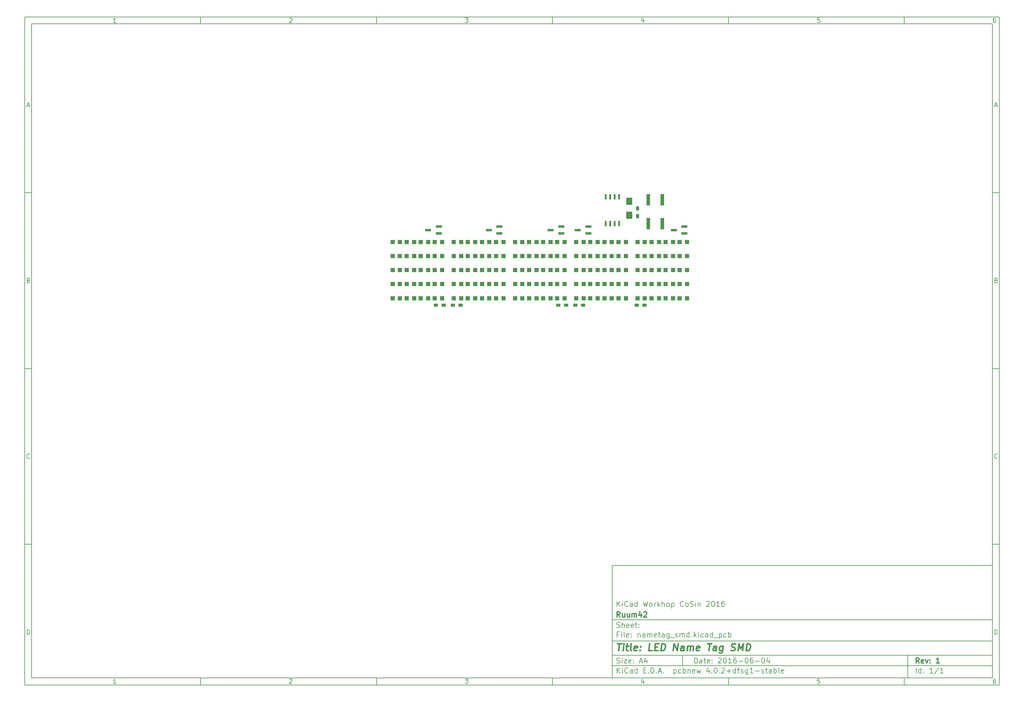
<source format=gbr>
G04 #@! TF.FileFunction,Paste,Top*
%FSLAX46Y46*%
G04 Gerber Fmt 4.6, Leading zero omitted, Abs format (unit mm)*
G04 Created by KiCad (PCBNEW 4.0.2+dfsg1-stable) date Wed 08 Jun 2016 02:12:19 CEST*
%MOMM*%
G01*
G04 APERTURE LIST*
%ADD10C,0.100000*%
%ADD11C,0.150000*%
%ADD12C,0.300000*%
%ADD13C,0.400000*%
%ADD14R,1.800860X0.800100*%
%ADD15R,1.000000X3.200000*%
%ADD16R,0.508000X1.500000*%
%ADD17R,1.200000X0.900000*%
%ADD18R,1.198880X1.198880*%
%ADD19R,0.900000X1.200000*%
%ADD20R,1.700000X2.000000*%
G04 APERTURE END LIST*
D10*
D11*
X177002200Y-166007200D02*
X177002200Y-198007200D01*
X285002200Y-198007200D01*
X285002200Y-166007200D01*
X177002200Y-166007200D01*
D10*
D11*
X10000000Y-10000000D02*
X10000000Y-200007200D01*
X287002200Y-200007200D01*
X287002200Y-10000000D01*
X10000000Y-10000000D01*
D10*
D11*
X12000000Y-12000000D02*
X12000000Y-198007200D01*
X285002200Y-198007200D01*
X285002200Y-12000000D01*
X12000000Y-12000000D01*
D10*
D11*
X60000000Y-12000000D02*
X60000000Y-10000000D01*
D10*
D11*
X110000000Y-12000000D02*
X110000000Y-10000000D01*
D10*
D11*
X160000000Y-12000000D02*
X160000000Y-10000000D01*
D10*
D11*
X210000000Y-12000000D02*
X210000000Y-10000000D01*
D10*
D11*
X260000000Y-12000000D02*
X260000000Y-10000000D01*
D10*
D11*
X35990476Y-11588095D02*
X35247619Y-11588095D01*
X35619048Y-11588095D02*
X35619048Y-10288095D01*
X35495238Y-10473810D01*
X35371429Y-10597619D01*
X35247619Y-10659524D01*
D10*
D11*
X85247619Y-10411905D02*
X85309524Y-10350000D01*
X85433333Y-10288095D01*
X85742857Y-10288095D01*
X85866667Y-10350000D01*
X85928571Y-10411905D01*
X85990476Y-10535714D01*
X85990476Y-10659524D01*
X85928571Y-10845238D01*
X85185714Y-11588095D01*
X85990476Y-11588095D01*
D10*
D11*
X135185714Y-10288095D02*
X135990476Y-10288095D01*
X135557143Y-10783333D01*
X135742857Y-10783333D01*
X135866667Y-10845238D01*
X135928571Y-10907143D01*
X135990476Y-11030952D01*
X135990476Y-11340476D01*
X135928571Y-11464286D01*
X135866667Y-11526190D01*
X135742857Y-11588095D01*
X135371429Y-11588095D01*
X135247619Y-11526190D01*
X135185714Y-11464286D01*
D10*
D11*
X185866667Y-10721429D02*
X185866667Y-11588095D01*
X185557143Y-10226190D02*
X185247619Y-11154762D01*
X186052381Y-11154762D01*
D10*
D11*
X235928571Y-10288095D02*
X235309524Y-10288095D01*
X235247619Y-10907143D01*
X235309524Y-10845238D01*
X235433333Y-10783333D01*
X235742857Y-10783333D01*
X235866667Y-10845238D01*
X235928571Y-10907143D01*
X235990476Y-11030952D01*
X235990476Y-11340476D01*
X235928571Y-11464286D01*
X235866667Y-11526190D01*
X235742857Y-11588095D01*
X235433333Y-11588095D01*
X235309524Y-11526190D01*
X235247619Y-11464286D01*
D10*
D11*
X285866667Y-10288095D02*
X285619048Y-10288095D01*
X285495238Y-10350000D01*
X285433333Y-10411905D01*
X285309524Y-10597619D01*
X285247619Y-10845238D01*
X285247619Y-11340476D01*
X285309524Y-11464286D01*
X285371429Y-11526190D01*
X285495238Y-11588095D01*
X285742857Y-11588095D01*
X285866667Y-11526190D01*
X285928571Y-11464286D01*
X285990476Y-11340476D01*
X285990476Y-11030952D01*
X285928571Y-10907143D01*
X285866667Y-10845238D01*
X285742857Y-10783333D01*
X285495238Y-10783333D01*
X285371429Y-10845238D01*
X285309524Y-10907143D01*
X285247619Y-11030952D01*
D10*
D11*
X60000000Y-198007200D02*
X60000000Y-200007200D01*
D10*
D11*
X110000000Y-198007200D02*
X110000000Y-200007200D01*
D10*
D11*
X160000000Y-198007200D02*
X160000000Y-200007200D01*
D10*
D11*
X210000000Y-198007200D02*
X210000000Y-200007200D01*
D10*
D11*
X260000000Y-198007200D02*
X260000000Y-200007200D01*
D10*
D11*
X35990476Y-199595295D02*
X35247619Y-199595295D01*
X35619048Y-199595295D02*
X35619048Y-198295295D01*
X35495238Y-198481010D01*
X35371429Y-198604819D01*
X35247619Y-198666724D01*
D10*
D11*
X85247619Y-198419105D02*
X85309524Y-198357200D01*
X85433333Y-198295295D01*
X85742857Y-198295295D01*
X85866667Y-198357200D01*
X85928571Y-198419105D01*
X85990476Y-198542914D01*
X85990476Y-198666724D01*
X85928571Y-198852438D01*
X85185714Y-199595295D01*
X85990476Y-199595295D01*
D10*
D11*
X135185714Y-198295295D02*
X135990476Y-198295295D01*
X135557143Y-198790533D01*
X135742857Y-198790533D01*
X135866667Y-198852438D01*
X135928571Y-198914343D01*
X135990476Y-199038152D01*
X135990476Y-199347676D01*
X135928571Y-199471486D01*
X135866667Y-199533390D01*
X135742857Y-199595295D01*
X135371429Y-199595295D01*
X135247619Y-199533390D01*
X135185714Y-199471486D01*
D10*
D11*
X185866667Y-198728629D02*
X185866667Y-199595295D01*
X185557143Y-198233390D02*
X185247619Y-199161962D01*
X186052381Y-199161962D01*
D10*
D11*
X235928571Y-198295295D02*
X235309524Y-198295295D01*
X235247619Y-198914343D01*
X235309524Y-198852438D01*
X235433333Y-198790533D01*
X235742857Y-198790533D01*
X235866667Y-198852438D01*
X235928571Y-198914343D01*
X235990476Y-199038152D01*
X235990476Y-199347676D01*
X235928571Y-199471486D01*
X235866667Y-199533390D01*
X235742857Y-199595295D01*
X235433333Y-199595295D01*
X235309524Y-199533390D01*
X235247619Y-199471486D01*
D10*
D11*
X285866667Y-198295295D02*
X285619048Y-198295295D01*
X285495238Y-198357200D01*
X285433333Y-198419105D01*
X285309524Y-198604819D01*
X285247619Y-198852438D01*
X285247619Y-199347676D01*
X285309524Y-199471486D01*
X285371429Y-199533390D01*
X285495238Y-199595295D01*
X285742857Y-199595295D01*
X285866667Y-199533390D01*
X285928571Y-199471486D01*
X285990476Y-199347676D01*
X285990476Y-199038152D01*
X285928571Y-198914343D01*
X285866667Y-198852438D01*
X285742857Y-198790533D01*
X285495238Y-198790533D01*
X285371429Y-198852438D01*
X285309524Y-198914343D01*
X285247619Y-199038152D01*
D10*
D11*
X10000000Y-60000000D02*
X12000000Y-60000000D01*
D10*
D11*
X10000000Y-110000000D02*
X12000000Y-110000000D01*
D10*
D11*
X10000000Y-160000000D02*
X12000000Y-160000000D01*
D10*
D11*
X10690476Y-35216667D02*
X11309524Y-35216667D01*
X10566667Y-35588095D02*
X11000000Y-34288095D01*
X11433333Y-35588095D01*
D10*
D11*
X11092857Y-84907143D02*
X11278571Y-84969048D01*
X11340476Y-85030952D01*
X11402381Y-85154762D01*
X11402381Y-85340476D01*
X11340476Y-85464286D01*
X11278571Y-85526190D01*
X11154762Y-85588095D01*
X10659524Y-85588095D01*
X10659524Y-84288095D01*
X11092857Y-84288095D01*
X11216667Y-84350000D01*
X11278571Y-84411905D01*
X11340476Y-84535714D01*
X11340476Y-84659524D01*
X11278571Y-84783333D01*
X11216667Y-84845238D01*
X11092857Y-84907143D01*
X10659524Y-84907143D01*
D10*
D11*
X11402381Y-135464286D02*
X11340476Y-135526190D01*
X11154762Y-135588095D01*
X11030952Y-135588095D01*
X10845238Y-135526190D01*
X10721429Y-135402381D01*
X10659524Y-135278571D01*
X10597619Y-135030952D01*
X10597619Y-134845238D01*
X10659524Y-134597619D01*
X10721429Y-134473810D01*
X10845238Y-134350000D01*
X11030952Y-134288095D01*
X11154762Y-134288095D01*
X11340476Y-134350000D01*
X11402381Y-134411905D01*
D10*
D11*
X10659524Y-185588095D02*
X10659524Y-184288095D01*
X10969048Y-184288095D01*
X11154762Y-184350000D01*
X11278571Y-184473810D01*
X11340476Y-184597619D01*
X11402381Y-184845238D01*
X11402381Y-185030952D01*
X11340476Y-185278571D01*
X11278571Y-185402381D01*
X11154762Y-185526190D01*
X10969048Y-185588095D01*
X10659524Y-185588095D01*
D10*
D11*
X287002200Y-60000000D02*
X285002200Y-60000000D01*
D10*
D11*
X287002200Y-110000000D02*
X285002200Y-110000000D01*
D10*
D11*
X287002200Y-160000000D02*
X285002200Y-160000000D01*
D10*
D11*
X285692676Y-35216667D02*
X286311724Y-35216667D01*
X285568867Y-35588095D02*
X286002200Y-34288095D01*
X286435533Y-35588095D01*
D10*
D11*
X286095057Y-84907143D02*
X286280771Y-84969048D01*
X286342676Y-85030952D01*
X286404581Y-85154762D01*
X286404581Y-85340476D01*
X286342676Y-85464286D01*
X286280771Y-85526190D01*
X286156962Y-85588095D01*
X285661724Y-85588095D01*
X285661724Y-84288095D01*
X286095057Y-84288095D01*
X286218867Y-84350000D01*
X286280771Y-84411905D01*
X286342676Y-84535714D01*
X286342676Y-84659524D01*
X286280771Y-84783333D01*
X286218867Y-84845238D01*
X286095057Y-84907143D01*
X285661724Y-84907143D01*
D10*
D11*
X286404581Y-135464286D02*
X286342676Y-135526190D01*
X286156962Y-135588095D01*
X286033152Y-135588095D01*
X285847438Y-135526190D01*
X285723629Y-135402381D01*
X285661724Y-135278571D01*
X285599819Y-135030952D01*
X285599819Y-134845238D01*
X285661724Y-134597619D01*
X285723629Y-134473810D01*
X285847438Y-134350000D01*
X286033152Y-134288095D01*
X286156962Y-134288095D01*
X286342676Y-134350000D01*
X286404581Y-134411905D01*
D10*
D11*
X285661724Y-185588095D02*
X285661724Y-184288095D01*
X285971248Y-184288095D01*
X286156962Y-184350000D01*
X286280771Y-184473810D01*
X286342676Y-184597619D01*
X286404581Y-184845238D01*
X286404581Y-185030952D01*
X286342676Y-185278571D01*
X286280771Y-185402381D01*
X286156962Y-185526190D01*
X285971248Y-185588095D01*
X285661724Y-185588095D01*
D10*
D11*
X200359343Y-193785771D02*
X200359343Y-192285771D01*
X200716486Y-192285771D01*
X200930771Y-192357200D01*
X201073629Y-192500057D01*
X201145057Y-192642914D01*
X201216486Y-192928629D01*
X201216486Y-193142914D01*
X201145057Y-193428629D01*
X201073629Y-193571486D01*
X200930771Y-193714343D01*
X200716486Y-193785771D01*
X200359343Y-193785771D01*
X202502200Y-193785771D02*
X202502200Y-193000057D01*
X202430771Y-192857200D01*
X202287914Y-192785771D01*
X202002200Y-192785771D01*
X201859343Y-192857200D01*
X202502200Y-193714343D02*
X202359343Y-193785771D01*
X202002200Y-193785771D01*
X201859343Y-193714343D01*
X201787914Y-193571486D01*
X201787914Y-193428629D01*
X201859343Y-193285771D01*
X202002200Y-193214343D01*
X202359343Y-193214343D01*
X202502200Y-193142914D01*
X203002200Y-192785771D02*
X203573629Y-192785771D01*
X203216486Y-192285771D02*
X203216486Y-193571486D01*
X203287914Y-193714343D01*
X203430772Y-193785771D01*
X203573629Y-193785771D01*
X204645057Y-193714343D02*
X204502200Y-193785771D01*
X204216486Y-193785771D01*
X204073629Y-193714343D01*
X204002200Y-193571486D01*
X204002200Y-193000057D01*
X204073629Y-192857200D01*
X204216486Y-192785771D01*
X204502200Y-192785771D01*
X204645057Y-192857200D01*
X204716486Y-193000057D01*
X204716486Y-193142914D01*
X204002200Y-193285771D01*
X205359343Y-193642914D02*
X205430771Y-193714343D01*
X205359343Y-193785771D01*
X205287914Y-193714343D01*
X205359343Y-193642914D01*
X205359343Y-193785771D01*
X205359343Y-192857200D02*
X205430771Y-192928629D01*
X205359343Y-193000057D01*
X205287914Y-192928629D01*
X205359343Y-192857200D01*
X205359343Y-193000057D01*
X207145057Y-192428629D02*
X207216486Y-192357200D01*
X207359343Y-192285771D01*
X207716486Y-192285771D01*
X207859343Y-192357200D01*
X207930772Y-192428629D01*
X208002200Y-192571486D01*
X208002200Y-192714343D01*
X207930772Y-192928629D01*
X207073629Y-193785771D01*
X208002200Y-193785771D01*
X208930771Y-192285771D02*
X209073628Y-192285771D01*
X209216485Y-192357200D01*
X209287914Y-192428629D01*
X209359343Y-192571486D01*
X209430771Y-192857200D01*
X209430771Y-193214343D01*
X209359343Y-193500057D01*
X209287914Y-193642914D01*
X209216485Y-193714343D01*
X209073628Y-193785771D01*
X208930771Y-193785771D01*
X208787914Y-193714343D01*
X208716485Y-193642914D01*
X208645057Y-193500057D01*
X208573628Y-193214343D01*
X208573628Y-192857200D01*
X208645057Y-192571486D01*
X208716485Y-192428629D01*
X208787914Y-192357200D01*
X208930771Y-192285771D01*
X210859342Y-193785771D02*
X210002199Y-193785771D01*
X210430771Y-193785771D02*
X210430771Y-192285771D01*
X210287914Y-192500057D01*
X210145056Y-192642914D01*
X210002199Y-192714343D01*
X212145056Y-192285771D02*
X211859342Y-192285771D01*
X211716485Y-192357200D01*
X211645056Y-192428629D01*
X211502199Y-192642914D01*
X211430770Y-192928629D01*
X211430770Y-193500057D01*
X211502199Y-193642914D01*
X211573627Y-193714343D01*
X211716485Y-193785771D01*
X212002199Y-193785771D01*
X212145056Y-193714343D01*
X212216485Y-193642914D01*
X212287913Y-193500057D01*
X212287913Y-193142914D01*
X212216485Y-193000057D01*
X212145056Y-192928629D01*
X212002199Y-192857200D01*
X211716485Y-192857200D01*
X211573627Y-192928629D01*
X211502199Y-193000057D01*
X211430770Y-193142914D01*
X212930770Y-193214343D02*
X214073627Y-193214343D01*
X215073627Y-192285771D02*
X215216484Y-192285771D01*
X215359341Y-192357200D01*
X215430770Y-192428629D01*
X215502199Y-192571486D01*
X215573627Y-192857200D01*
X215573627Y-193214343D01*
X215502199Y-193500057D01*
X215430770Y-193642914D01*
X215359341Y-193714343D01*
X215216484Y-193785771D01*
X215073627Y-193785771D01*
X214930770Y-193714343D01*
X214859341Y-193642914D01*
X214787913Y-193500057D01*
X214716484Y-193214343D01*
X214716484Y-192857200D01*
X214787913Y-192571486D01*
X214859341Y-192428629D01*
X214930770Y-192357200D01*
X215073627Y-192285771D01*
X216859341Y-192285771D02*
X216573627Y-192285771D01*
X216430770Y-192357200D01*
X216359341Y-192428629D01*
X216216484Y-192642914D01*
X216145055Y-192928629D01*
X216145055Y-193500057D01*
X216216484Y-193642914D01*
X216287912Y-193714343D01*
X216430770Y-193785771D01*
X216716484Y-193785771D01*
X216859341Y-193714343D01*
X216930770Y-193642914D01*
X217002198Y-193500057D01*
X217002198Y-193142914D01*
X216930770Y-193000057D01*
X216859341Y-192928629D01*
X216716484Y-192857200D01*
X216430770Y-192857200D01*
X216287912Y-192928629D01*
X216216484Y-193000057D01*
X216145055Y-193142914D01*
X217645055Y-193214343D02*
X218787912Y-193214343D01*
X219787912Y-192285771D02*
X219930769Y-192285771D01*
X220073626Y-192357200D01*
X220145055Y-192428629D01*
X220216484Y-192571486D01*
X220287912Y-192857200D01*
X220287912Y-193214343D01*
X220216484Y-193500057D01*
X220145055Y-193642914D01*
X220073626Y-193714343D01*
X219930769Y-193785771D01*
X219787912Y-193785771D01*
X219645055Y-193714343D01*
X219573626Y-193642914D01*
X219502198Y-193500057D01*
X219430769Y-193214343D01*
X219430769Y-192857200D01*
X219502198Y-192571486D01*
X219573626Y-192428629D01*
X219645055Y-192357200D01*
X219787912Y-192285771D01*
X221573626Y-192785771D02*
X221573626Y-193785771D01*
X221216483Y-192214343D02*
X220859340Y-193285771D01*
X221787912Y-193285771D01*
D10*
D11*
X177002200Y-194507200D02*
X285002200Y-194507200D01*
D10*
D11*
X178359343Y-196585771D02*
X178359343Y-195085771D01*
X179216486Y-196585771D02*
X178573629Y-195728629D01*
X179216486Y-195085771D02*
X178359343Y-195942914D01*
X179859343Y-196585771D02*
X179859343Y-195585771D01*
X179859343Y-195085771D02*
X179787914Y-195157200D01*
X179859343Y-195228629D01*
X179930771Y-195157200D01*
X179859343Y-195085771D01*
X179859343Y-195228629D01*
X181430772Y-196442914D02*
X181359343Y-196514343D01*
X181145057Y-196585771D01*
X181002200Y-196585771D01*
X180787915Y-196514343D01*
X180645057Y-196371486D01*
X180573629Y-196228629D01*
X180502200Y-195942914D01*
X180502200Y-195728629D01*
X180573629Y-195442914D01*
X180645057Y-195300057D01*
X180787915Y-195157200D01*
X181002200Y-195085771D01*
X181145057Y-195085771D01*
X181359343Y-195157200D01*
X181430772Y-195228629D01*
X182716486Y-196585771D02*
X182716486Y-195800057D01*
X182645057Y-195657200D01*
X182502200Y-195585771D01*
X182216486Y-195585771D01*
X182073629Y-195657200D01*
X182716486Y-196514343D02*
X182573629Y-196585771D01*
X182216486Y-196585771D01*
X182073629Y-196514343D01*
X182002200Y-196371486D01*
X182002200Y-196228629D01*
X182073629Y-196085771D01*
X182216486Y-196014343D01*
X182573629Y-196014343D01*
X182716486Y-195942914D01*
X184073629Y-196585771D02*
X184073629Y-195085771D01*
X184073629Y-196514343D02*
X183930772Y-196585771D01*
X183645058Y-196585771D01*
X183502200Y-196514343D01*
X183430772Y-196442914D01*
X183359343Y-196300057D01*
X183359343Y-195871486D01*
X183430772Y-195728629D01*
X183502200Y-195657200D01*
X183645058Y-195585771D01*
X183930772Y-195585771D01*
X184073629Y-195657200D01*
X185930772Y-195800057D02*
X186430772Y-195800057D01*
X186645058Y-196585771D02*
X185930772Y-196585771D01*
X185930772Y-195085771D01*
X186645058Y-195085771D01*
X187287915Y-196442914D02*
X187359343Y-196514343D01*
X187287915Y-196585771D01*
X187216486Y-196514343D01*
X187287915Y-196442914D01*
X187287915Y-196585771D01*
X188002201Y-196585771D02*
X188002201Y-195085771D01*
X188359344Y-195085771D01*
X188573629Y-195157200D01*
X188716487Y-195300057D01*
X188787915Y-195442914D01*
X188859344Y-195728629D01*
X188859344Y-195942914D01*
X188787915Y-196228629D01*
X188716487Y-196371486D01*
X188573629Y-196514343D01*
X188359344Y-196585771D01*
X188002201Y-196585771D01*
X189502201Y-196442914D02*
X189573629Y-196514343D01*
X189502201Y-196585771D01*
X189430772Y-196514343D01*
X189502201Y-196442914D01*
X189502201Y-196585771D01*
X190145058Y-196157200D02*
X190859344Y-196157200D01*
X190002201Y-196585771D02*
X190502201Y-195085771D01*
X191002201Y-196585771D01*
X191502201Y-196442914D02*
X191573629Y-196514343D01*
X191502201Y-196585771D01*
X191430772Y-196514343D01*
X191502201Y-196442914D01*
X191502201Y-196585771D01*
X194502201Y-195585771D02*
X194502201Y-197085771D01*
X194502201Y-195657200D02*
X194645058Y-195585771D01*
X194930772Y-195585771D01*
X195073629Y-195657200D01*
X195145058Y-195728629D01*
X195216487Y-195871486D01*
X195216487Y-196300057D01*
X195145058Y-196442914D01*
X195073629Y-196514343D01*
X194930772Y-196585771D01*
X194645058Y-196585771D01*
X194502201Y-196514343D01*
X196502201Y-196514343D02*
X196359344Y-196585771D01*
X196073630Y-196585771D01*
X195930772Y-196514343D01*
X195859344Y-196442914D01*
X195787915Y-196300057D01*
X195787915Y-195871486D01*
X195859344Y-195728629D01*
X195930772Y-195657200D01*
X196073630Y-195585771D01*
X196359344Y-195585771D01*
X196502201Y-195657200D01*
X197145058Y-196585771D02*
X197145058Y-195085771D01*
X197145058Y-195657200D02*
X197287915Y-195585771D01*
X197573629Y-195585771D01*
X197716486Y-195657200D01*
X197787915Y-195728629D01*
X197859344Y-195871486D01*
X197859344Y-196300057D01*
X197787915Y-196442914D01*
X197716486Y-196514343D01*
X197573629Y-196585771D01*
X197287915Y-196585771D01*
X197145058Y-196514343D01*
X198502201Y-195585771D02*
X198502201Y-196585771D01*
X198502201Y-195728629D02*
X198573629Y-195657200D01*
X198716487Y-195585771D01*
X198930772Y-195585771D01*
X199073629Y-195657200D01*
X199145058Y-195800057D01*
X199145058Y-196585771D01*
X200430772Y-196514343D02*
X200287915Y-196585771D01*
X200002201Y-196585771D01*
X199859344Y-196514343D01*
X199787915Y-196371486D01*
X199787915Y-195800057D01*
X199859344Y-195657200D01*
X200002201Y-195585771D01*
X200287915Y-195585771D01*
X200430772Y-195657200D01*
X200502201Y-195800057D01*
X200502201Y-195942914D01*
X199787915Y-196085771D01*
X201002201Y-195585771D02*
X201287915Y-196585771D01*
X201573629Y-195871486D01*
X201859344Y-196585771D01*
X202145058Y-195585771D01*
X204502201Y-195585771D02*
X204502201Y-196585771D01*
X204145058Y-195014343D02*
X203787915Y-196085771D01*
X204716487Y-196085771D01*
X205287915Y-196442914D02*
X205359343Y-196514343D01*
X205287915Y-196585771D01*
X205216486Y-196514343D01*
X205287915Y-196442914D01*
X205287915Y-196585771D01*
X206287915Y-195085771D02*
X206430772Y-195085771D01*
X206573629Y-195157200D01*
X206645058Y-195228629D01*
X206716487Y-195371486D01*
X206787915Y-195657200D01*
X206787915Y-196014343D01*
X206716487Y-196300057D01*
X206645058Y-196442914D01*
X206573629Y-196514343D01*
X206430772Y-196585771D01*
X206287915Y-196585771D01*
X206145058Y-196514343D01*
X206073629Y-196442914D01*
X206002201Y-196300057D01*
X205930772Y-196014343D01*
X205930772Y-195657200D01*
X206002201Y-195371486D01*
X206073629Y-195228629D01*
X206145058Y-195157200D01*
X206287915Y-195085771D01*
X207430772Y-196442914D02*
X207502200Y-196514343D01*
X207430772Y-196585771D01*
X207359343Y-196514343D01*
X207430772Y-196442914D01*
X207430772Y-196585771D01*
X208073629Y-195228629D02*
X208145058Y-195157200D01*
X208287915Y-195085771D01*
X208645058Y-195085771D01*
X208787915Y-195157200D01*
X208859344Y-195228629D01*
X208930772Y-195371486D01*
X208930772Y-195514343D01*
X208859344Y-195728629D01*
X208002201Y-196585771D01*
X208930772Y-196585771D01*
X209573629Y-196014343D02*
X210716486Y-196014343D01*
X210145057Y-196585771D02*
X210145057Y-195442914D01*
X212073629Y-196585771D02*
X212073629Y-195085771D01*
X212073629Y-196514343D02*
X211930772Y-196585771D01*
X211645058Y-196585771D01*
X211502200Y-196514343D01*
X211430772Y-196442914D01*
X211359343Y-196300057D01*
X211359343Y-195871486D01*
X211430772Y-195728629D01*
X211502200Y-195657200D01*
X211645058Y-195585771D01*
X211930772Y-195585771D01*
X212073629Y-195657200D01*
X212573629Y-195585771D02*
X213145058Y-195585771D01*
X212787915Y-196585771D02*
X212787915Y-195300057D01*
X212859343Y-195157200D01*
X213002201Y-195085771D01*
X213145058Y-195085771D01*
X213573629Y-196514343D02*
X213716486Y-196585771D01*
X214002201Y-196585771D01*
X214145058Y-196514343D01*
X214216486Y-196371486D01*
X214216486Y-196300057D01*
X214145058Y-196157200D01*
X214002201Y-196085771D01*
X213787915Y-196085771D01*
X213645058Y-196014343D01*
X213573629Y-195871486D01*
X213573629Y-195800057D01*
X213645058Y-195657200D01*
X213787915Y-195585771D01*
X214002201Y-195585771D01*
X214145058Y-195657200D01*
X215502201Y-195585771D02*
X215502201Y-196800057D01*
X215430772Y-196942914D01*
X215359344Y-197014343D01*
X215216487Y-197085771D01*
X215002201Y-197085771D01*
X214859344Y-197014343D01*
X215502201Y-196514343D02*
X215359344Y-196585771D01*
X215073630Y-196585771D01*
X214930772Y-196514343D01*
X214859344Y-196442914D01*
X214787915Y-196300057D01*
X214787915Y-195871486D01*
X214859344Y-195728629D01*
X214930772Y-195657200D01*
X215073630Y-195585771D01*
X215359344Y-195585771D01*
X215502201Y-195657200D01*
X217002201Y-196585771D02*
X216145058Y-196585771D01*
X216573630Y-196585771D02*
X216573630Y-195085771D01*
X216430773Y-195300057D01*
X216287915Y-195442914D01*
X216145058Y-195514343D01*
X217645058Y-196014343D02*
X218787915Y-196014343D01*
X219430772Y-196514343D02*
X219573629Y-196585771D01*
X219859344Y-196585771D01*
X220002201Y-196514343D01*
X220073629Y-196371486D01*
X220073629Y-196300057D01*
X220002201Y-196157200D01*
X219859344Y-196085771D01*
X219645058Y-196085771D01*
X219502201Y-196014343D01*
X219430772Y-195871486D01*
X219430772Y-195800057D01*
X219502201Y-195657200D01*
X219645058Y-195585771D01*
X219859344Y-195585771D01*
X220002201Y-195657200D01*
X220502201Y-195585771D02*
X221073630Y-195585771D01*
X220716487Y-195085771D02*
X220716487Y-196371486D01*
X220787915Y-196514343D01*
X220930773Y-196585771D01*
X221073630Y-196585771D01*
X222216487Y-196585771D02*
X222216487Y-195800057D01*
X222145058Y-195657200D01*
X222002201Y-195585771D01*
X221716487Y-195585771D01*
X221573630Y-195657200D01*
X222216487Y-196514343D02*
X222073630Y-196585771D01*
X221716487Y-196585771D01*
X221573630Y-196514343D01*
X221502201Y-196371486D01*
X221502201Y-196228629D01*
X221573630Y-196085771D01*
X221716487Y-196014343D01*
X222073630Y-196014343D01*
X222216487Y-195942914D01*
X222930773Y-196585771D02*
X222930773Y-195085771D01*
X222930773Y-195657200D02*
X223073630Y-195585771D01*
X223359344Y-195585771D01*
X223502201Y-195657200D01*
X223573630Y-195728629D01*
X223645059Y-195871486D01*
X223645059Y-196300057D01*
X223573630Y-196442914D01*
X223502201Y-196514343D01*
X223359344Y-196585771D01*
X223073630Y-196585771D01*
X222930773Y-196514343D01*
X224502202Y-196585771D02*
X224359344Y-196514343D01*
X224287916Y-196371486D01*
X224287916Y-195085771D01*
X225645058Y-196514343D02*
X225502201Y-196585771D01*
X225216487Y-196585771D01*
X225073630Y-196514343D01*
X225002201Y-196371486D01*
X225002201Y-195800057D01*
X225073630Y-195657200D01*
X225216487Y-195585771D01*
X225502201Y-195585771D01*
X225645058Y-195657200D01*
X225716487Y-195800057D01*
X225716487Y-195942914D01*
X225002201Y-196085771D01*
D10*
D11*
X177002200Y-191507200D02*
X285002200Y-191507200D01*
D10*
D12*
X264216486Y-193785771D02*
X263716486Y-193071486D01*
X263359343Y-193785771D02*
X263359343Y-192285771D01*
X263930771Y-192285771D01*
X264073629Y-192357200D01*
X264145057Y-192428629D01*
X264216486Y-192571486D01*
X264216486Y-192785771D01*
X264145057Y-192928629D01*
X264073629Y-193000057D01*
X263930771Y-193071486D01*
X263359343Y-193071486D01*
X265430771Y-193714343D02*
X265287914Y-193785771D01*
X265002200Y-193785771D01*
X264859343Y-193714343D01*
X264787914Y-193571486D01*
X264787914Y-193000057D01*
X264859343Y-192857200D01*
X265002200Y-192785771D01*
X265287914Y-192785771D01*
X265430771Y-192857200D01*
X265502200Y-193000057D01*
X265502200Y-193142914D01*
X264787914Y-193285771D01*
X266002200Y-192785771D02*
X266359343Y-193785771D01*
X266716485Y-192785771D01*
X267287914Y-193642914D02*
X267359342Y-193714343D01*
X267287914Y-193785771D01*
X267216485Y-193714343D01*
X267287914Y-193642914D01*
X267287914Y-193785771D01*
X267287914Y-192857200D02*
X267359342Y-192928629D01*
X267287914Y-193000057D01*
X267216485Y-192928629D01*
X267287914Y-192857200D01*
X267287914Y-193000057D01*
X269930771Y-193785771D02*
X269073628Y-193785771D01*
X269502200Y-193785771D02*
X269502200Y-192285771D01*
X269359343Y-192500057D01*
X269216485Y-192642914D01*
X269073628Y-192714343D01*
D10*
D11*
X178287914Y-193714343D02*
X178502200Y-193785771D01*
X178859343Y-193785771D01*
X179002200Y-193714343D01*
X179073629Y-193642914D01*
X179145057Y-193500057D01*
X179145057Y-193357200D01*
X179073629Y-193214343D01*
X179002200Y-193142914D01*
X178859343Y-193071486D01*
X178573629Y-193000057D01*
X178430771Y-192928629D01*
X178359343Y-192857200D01*
X178287914Y-192714343D01*
X178287914Y-192571486D01*
X178359343Y-192428629D01*
X178430771Y-192357200D01*
X178573629Y-192285771D01*
X178930771Y-192285771D01*
X179145057Y-192357200D01*
X179787914Y-193785771D02*
X179787914Y-192785771D01*
X179787914Y-192285771D02*
X179716485Y-192357200D01*
X179787914Y-192428629D01*
X179859342Y-192357200D01*
X179787914Y-192285771D01*
X179787914Y-192428629D01*
X180359343Y-192785771D02*
X181145057Y-192785771D01*
X180359343Y-193785771D01*
X181145057Y-193785771D01*
X182287914Y-193714343D02*
X182145057Y-193785771D01*
X181859343Y-193785771D01*
X181716486Y-193714343D01*
X181645057Y-193571486D01*
X181645057Y-193000057D01*
X181716486Y-192857200D01*
X181859343Y-192785771D01*
X182145057Y-192785771D01*
X182287914Y-192857200D01*
X182359343Y-193000057D01*
X182359343Y-193142914D01*
X181645057Y-193285771D01*
X183002200Y-193642914D02*
X183073628Y-193714343D01*
X183002200Y-193785771D01*
X182930771Y-193714343D01*
X183002200Y-193642914D01*
X183002200Y-193785771D01*
X183002200Y-192857200D02*
X183073628Y-192928629D01*
X183002200Y-193000057D01*
X182930771Y-192928629D01*
X183002200Y-192857200D01*
X183002200Y-193000057D01*
X184787914Y-193357200D02*
X185502200Y-193357200D01*
X184645057Y-193785771D02*
X185145057Y-192285771D01*
X185645057Y-193785771D01*
X186787914Y-192785771D02*
X186787914Y-193785771D01*
X186430771Y-192214343D02*
X186073628Y-193285771D01*
X187002200Y-193285771D01*
D10*
D11*
X263359343Y-196585771D02*
X263359343Y-195085771D01*
X264716486Y-196585771D02*
X264716486Y-195085771D01*
X264716486Y-196514343D02*
X264573629Y-196585771D01*
X264287915Y-196585771D01*
X264145057Y-196514343D01*
X264073629Y-196442914D01*
X264002200Y-196300057D01*
X264002200Y-195871486D01*
X264073629Y-195728629D01*
X264145057Y-195657200D01*
X264287915Y-195585771D01*
X264573629Y-195585771D01*
X264716486Y-195657200D01*
X265430772Y-196442914D02*
X265502200Y-196514343D01*
X265430772Y-196585771D01*
X265359343Y-196514343D01*
X265430772Y-196442914D01*
X265430772Y-196585771D01*
X265430772Y-195657200D02*
X265502200Y-195728629D01*
X265430772Y-195800057D01*
X265359343Y-195728629D01*
X265430772Y-195657200D01*
X265430772Y-195800057D01*
X268073629Y-196585771D02*
X267216486Y-196585771D01*
X267645058Y-196585771D02*
X267645058Y-195085771D01*
X267502201Y-195300057D01*
X267359343Y-195442914D01*
X267216486Y-195514343D01*
X269787914Y-195014343D02*
X268502200Y-196942914D01*
X271073629Y-196585771D02*
X270216486Y-196585771D01*
X270645058Y-196585771D02*
X270645058Y-195085771D01*
X270502201Y-195300057D01*
X270359343Y-195442914D01*
X270216486Y-195514343D01*
D10*
D11*
X177002200Y-187507200D02*
X285002200Y-187507200D01*
D10*
D13*
X178454581Y-188211962D02*
X179597438Y-188211962D01*
X178776010Y-190211962D02*
X179026010Y-188211962D01*
X180014105Y-190211962D02*
X180180771Y-188878629D01*
X180264105Y-188211962D02*
X180156962Y-188307200D01*
X180240295Y-188402438D01*
X180347439Y-188307200D01*
X180264105Y-188211962D01*
X180240295Y-188402438D01*
X180847438Y-188878629D02*
X181609343Y-188878629D01*
X181216486Y-188211962D02*
X181002200Y-189926248D01*
X181073630Y-190116724D01*
X181252201Y-190211962D01*
X181442677Y-190211962D01*
X182395058Y-190211962D02*
X182216487Y-190116724D01*
X182145057Y-189926248D01*
X182359343Y-188211962D01*
X183930772Y-190116724D02*
X183728391Y-190211962D01*
X183347439Y-190211962D01*
X183168867Y-190116724D01*
X183097438Y-189926248D01*
X183192676Y-189164343D01*
X183311724Y-188973867D01*
X183514105Y-188878629D01*
X183895057Y-188878629D01*
X184073629Y-188973867D01*
X184145057Y-189164343D01*
X184121248Y-189354819D01*
X183145057Y-189545295D01*
X184895057Y-190021486D02*
X184978392Y-190116724D01*
X184871248Y-190211962D01*
X184787915Y-190116724D01*
X184895057Y-190021486D01*
X184871248Y-190211962D01*
X185026010Y-188973867D02*
X185109344Y-189069105D01*
X185002200Y-189164343D01*
X184918867Y-189069105D01*
X185026010Y-188973867D01*
X185002200Y-189164343D01*
X188299820Y-190211962D02*
X187347439Y-190211962D01*
X187597439Y-188211962D01*
X189097439Y-189164343D02*
X189764106Y-189164343D01*
X189918868Y-190211962D02*
X188966487Y-190211962D01*
X189216487Y-188211962D01*
X190168868Y-188211962D01*
X190776011Y-190211962D02*
X191026011Y-188211962D01*
X191502202Y-188211962D01*
X191776011Y-188307200D01*
X191942678Y-188497676D01*
X192014107Y-188688152D01*
X192061726Y-189069105D01*
X192026012Y-189354819D01*
X191883155Y-189735771D01*
X191764106Y-189926248D01*
X191549821Y-190116724D01*
X191252202Y-190211962D01*
X190776011Y-190211962D01*
X194299821Y-190211962D02*
X194549821Y-188211962D01*
X195442679Y-190211962D01*
X195692679Y-188211962D01*
X197252202Y-190211962D02*
X197383154Y-189164343D01*
X197311726Y-188973867D01*
X197133154Y-188878629D01*
X196752202Y-188878629D01*
X196549821Y-188973867D01*
X197264107Y-190116724D02*
X197061726Y-190211962D01*
X196585536Y-190211962D01*
X196406964Y-190116724D01*
X196335535Y-189926248D01*
X196359345Y-189735771D01*
X196478392Y-189545295D01*
X196680774Y-189450057D01*
X197156964Y-189450057D01*
X197359345Y-189354819D01*
X198204583Y-190211962D02*
X198371249Y-188878629D01*
X198347440Y-189069105D02*
X198454584Y-188973867D01*
X198656964Y-188878629D01*
X198942678Y-188878629D01*
X199121250Y-188973867D01*
X199192678Y-189164343D01*
X199061726Y-190211962D01*
X199192678Y-189164343D02*
X199311726Y-188973867D01*
X199514107Y-188878629D01*
X199799821Y-188878629D01*
X199978393Y-188973867D01*
X200049821Y-189164343D01*
X199918869Y-190211962D01*
X201645060Y-190116724D02*
X201442679Y-190211962D01*
X201061727Y-190211962D01*
X200883155Y-190116724D01*
X200811726Y-189926248D01*
X200906964Y-189164343D01*
X201026012Y-188973867D01*
X201228393Y-188878629D01*
X201609345Y-188878629D01*
X201787917Y-188973867D01*
X201859345Y-189164343D01*
X201835536Y-189354819D01*
X200859345Y-189545295D01*
X204073632Y-188211962D02*
X205216489Y-188211962D01*
X204395061Y-190211962D02*
X204645061Y-188211962D01*
X206490299Y-190211962D02*
X206621251Y-189164343D01*
X206549823Y-188973867D01*
X206371251Y-188878629D01*
X205990299Y-188878629D01*
X205787918Y-188973867D01*
X206502204Y-190116724D02*
X206299823Y-190211962D01*
X205823633Y-190211962D01*
X205645061Y-190116724D01*
X205573632Y-189926248D01*
X205597442Y-189735771D01*
X205716489Y-189545295D01*
X205918871Y-189450057D01*
X206395061Y-189450057D01*
X206597442Y-189354819D01*
X208466489Y-188878629D02*
X208264108Y-190497676D01*
X208145061Y-190688152D01*
X208037918Y-190783390D01*
X207835537Y-190878629D01*
X207549823Y-190878629D01*
X207371251Y-190783390D01*
X208311728Y-190116724D02*
X208109347Y-190211962D01*
X207728395Y-190211962D01*
X207549824Y-190116724D01*
X207466489Y-190021486D01*
X207395061Y-189831010D01*
X207466489Y-189259581D01*
X207585537Y-189069105D01*
X207692681Y-188973867D01*
X207895061Y-188878629D01*
X208276013Y-188878629D01*
X208454585Y-188973867D01*
X210692681Y-190116724D02*
X210966491Y-190211962D01*
X211442681Y-190211962D01*
X211645062Y-190116724D01*
X211752204Y-190021486D01*
X211871253Y-189831010D01*
X211895062Y-189640533D01*
X211823633Y-189450057D01*
X211740300Y-189354819D01*
X211561728Y-189259581D01*
X211192681Y-189164343D01*
X211014110Y-189069105D01*
X210930776Y-188973867D01*
X210859347Y-188783390D01*
X210883157Y-188592914D01*
X211002204Y-188402438D01*
X211109348Y-188307200D01*
X211311729Y-188211962D01*
X211787919Y-188211962D01*
X212061729Y-188307200D01*
X212680776Y-190211962D02*
X212930776Y-188211962D01*
X213418871Y-189640533D01*
X214264110Y-188211962D01*
X214014110Y-190211962D01*
X214966490Y-190211962D02*
X215216490Y-188211962D01*
X215692681Y-188211962D01*
X215966490Y-188307200D01*
X216133157Y-188497676D01*
X216204586Y-188688152D01*
X216252205Y-189069105D01*
X216216491Y-189354819D01*
X216073634Y-189735771D01*
X215954585Y-189926248D01*
X215740300Y-190116724D01*
X215442681Y-190211962D01*
X214966490Y-190211962D01*
D10*
D11*
X178859343Y-185600057D02*
X178359343Y-185600057D01*
X178359343Y-186385771D02*
X178359343Y-184885771D01*
X179073629Y-184885771D01*
X179645057Y-186385771D02*
X179645057Y-185385771D01*
X179645057Y-184885771D02*
X179573628Y-184957200D01*
X179645057Y-185028629D01*
X179716485Y-184957200D01*
X179645057Y-184885771D01*
X179645057Y-185028629D01*
X180573629Y-186385771D02*
X180430771Y-186314343D01*
X180359343Y-186171486D01*
X180359343Y-184885771D01*
X181716485Y-186314343D02*
X181573628Y-186385771D01*
X181287914Y-186385771D01*
X181145057Y-186314343D01*
X181073628Y-186171486D01*
X181073628Y-185600057D01*
X181145057Y-185457200D01*
X181287914Y-185385771D01*
X181573628Y-185385771D01*
X181716485Y-185457200D01*
X181787914Y-185600057D01*
X181787914Y-185742914D01*
X181073628Y-185885771D01*
X182430771Y-186242914D02*
X182502199Y-186314343D01*
X182430771Y-186385771D01*
X182359342Y-186314343D01*
X182430771Y-186242914D01*
X182430771Y-186385771D01*
X182430771Y-185457200D02*
X182502199Y-185528629D01*
X182430771Y-185600057D01*
X182359342Y-185528629D01*
X182430771Y-185457200D01*
X182430771Y-185600057D01*
X184287914Y-185385771D02*
X184287914Y-186385771D01*
X184287914Y-185528629D02*
X184359342Y-185457200D01*
X184502200Y-185385771D01*
X184716485Y-185385771D01*
X184859342Y-185457200D01*
X184930771Y-185600057D01*
X184930771Y-186385771D01*
X186287914Y-186385771D02*
X186287914Y-185600057D01*
X186216485Y-185457200D01*
X186073628Y-185385771D01*
X185787914Y-185385771D01*
X185645057Y-185457200D01*
X186287914Y-186314343D02*
X186145057Y-186385771D01*
X185787914Y-186385771D01*
X185645057Y-186314343D01*
X185573628Y-186171486D01*
X185573628Y-186028629D01*
X185645057Y-185885771D01*
X185787914Y-185814343D01*
X186145057Y-185814343D01*
X186287914Y-185742914D01*
X187002200Y-186385771D02*
X187002200Y-185385771D01*
X187002200Y-185528629D02*
X187073628Y-185457200D01*
X187216486Y-185385771D01*
X187430771Y-185385771D01*
X187573628Y-185457200D01*
X187645057Y-185600057D01*
X187645057Y-186385771D01*
X187645057Y-185600057D02*
X187716486Y-185457200D01*
X187859343Y-185385771D01*
X188073628Y-185385771D01*
X188216486Y-185457200D01*
X188287914Y-185600057D01*
X188287914Y-186385771D01*
X189573628Y-186314343D02*
X189430771Y-186385771D01*
X189145057Y-186385771D01*
X189002200Y-186314343D01*
X188930771Y-186171486D01*
X188930771Y-185600057D01*
X189002200Y-185457200D01*
X189145057Y-185385771D01*
X189430771Y-185385771D01*
X189573628Y-185457200D01*
X189645057Y-185600057D01*
X189645057Y-185742914D01*
X188930771Y-185885771D01*
X190073628Y-185385771D02*
X190645057Y-185385771D01*
X190287914Y-184885771D02*
X190287914Y-186171486D01*
X190359342Y-186314343D01*
X190502200Y-186385771D01*
X190645057Y-186385771D01*
X191787914Y-186385771D02*
X191787914Y-185600057D01*
X191716485Y-185457200D01*
X191573628Y-185385771D01*
X191287914Y-185385771D01*
X191145057Y-185457200D01*
X191787914Y-186314343D02*
X191645057Y-186385771D01*
X191287914Y-186385771D01*
X191145057Y-186314343D01*
X191073628Y-186171486D01*
X191073628Y-186028629D01*
X191145057Y-185885771D01*
X191287914Y-185814343D01*
X191645057Y-185814343D01*
X191787914Y-185742914D01*
X193145057Y-185385771D02*
X193145057Y-186600057D01*
X193073628Y-186742914D01*
X193002200Y-186814343D01*
X192859343Y-186885771D01*
X192645057Y-186885771D01*
X192502200Y-186814343D01*
X193145057Y-186314343D02*
X193002200Y-186385771D01*
X192716486Y-186385771D01*
X192573628Y-186314343D01*
X192502200Y-186242914D01*
X192430771Y-186100057D01*
X192430771Y-185671486D01*
X192502200Y-185528629D01*
X192573628Y-185457200D01*
X192716486Y-185385771D01*
X193002200Y-185385771D01*
X193145057Y-185457200D01*
X193502200Y-186528629D02*
X194645057Y-186528629D01*
X194930771Y-186314343D02*
X195073628Y-186385771D01*
X195359343Y-186385771D01*
X195502200Y-186314343D01*
X195573628Y-186171486D01*
X195573628Y-186100057D01*
X195502200Y-185957200D01*
X195359343Y-185885771D01*
X195145057Y-185885771D01*
X195002200Y-185814343D01*
X194930771Y-185671486D01*
X194930771Y-185600057D01*
X195002200Y-185457200D01*
X195145057Y-185385771D01*
X195359343Y-185385771D01*
X195502200Y-185457200D01*
X196216486Y-186385771D02*
X196216486Y-185385771D01*
X196216486Y-185528629D02*
X196287914Y-185457200D01*
X196430772Y-185385771D01*
X196645057Y-185385771D01*
X196787914Y-185457200D01*
X196859343Y-185600057D01*
X196859343Y-186385771D01*
X196859343Y-185600057D02*
X196930772Y-185457200D01*
X197073629Y-185385771D01*
X197287914Y-185385771D01*
X197430772Y-185457200D01*
X197502200Y-185600057D01*
X197502200Y-186385771D01*
X198859343Y-186385771D02*
X198859343Y-184885771D01*
X198859343Y-186314343D02*
X198716486Y-186385771D01*
X198430772Y-186385771D01*
X198287914Y-186314343D01*
X198216486Y-186242914D01*
X198145057Y-186100057D01*
X198145057Y-185671486D01*
X198216486Y-185528629D01*
X198287914Y-185457200D01*
X198430772Y-185385771D01*
X198716486Y-185385771D01*
X198859343Y-185457200D01*
X199573629Y-186242914D02*
X199645057Y-186314343D01*
X199573629Y-186385771D01*
X199502200Y-186314343D01*
X199573629Y-186242914D01*
X199573629Y-186385771D01*
X200287915Y-186385771D02*
X200287915Y-184885771D01*
X200430772Y-185814343D02*
X200859343Y-186385771D01*
X200859343Y-185385771D02*
X200287915Y-185957200D01*
X201502201Y-186385771D02*
X201502201Y-185385771D01*
X201502201Y-184885771D02*
X201430772Y-184957200D01*
X201502201Y-185028629D01*
X201573629Y-184957200D01*
X201502201Y-184885771D01*
X201502201Y-185028629D01*
X202859344Y-186314343D02*
X202716487Y-186385771D01*
X202430773Y-186385771D01*
X202287915Y-186314343D01*
X202216487Y-186242914D01*
X202145058Y-186100057D01*
X202145058Y-185671486D01*
X202216487Y-185528629D01*
X202287915Y-185457200D01*
X202430773Y-185385771D01*
X202716487Y-185385771D01*
X202859344Y-185457200D01*
X204145058Y-186385771D02*
X204145058Y-185600057D01*
X204073629Y-185457200D01*
X203930772Y-185385771D01*
X203645058Y-185385771D01*
X203502201Y-185457200D01*
X204145058Y-186314343D02*
X204002201Y-186385771D01*
X203645058Y-186385771D01*
X203502201Y-186314343D01*
X203430772Y-186171486D01*
X203430772Y-186028629D01*
X203502201Y-185885771D01*
X203645058Y-185814343D01*
X204002201Y-185814343D01*
X204145058Y-185742914D01*
X205502201Y-186385771D02*
X205502201Y-184885771D01*
X205502201Y-186314343D02*
X205359344Y-186385771D01*
X205073630Y-186385771D01*
X204930772Y-186314343D01*
X204859344Y-186242914D01*
X204787915Y-186100057D01*
X204787915Y-185671486D01*
X204859344Y-185528629D01*
X204930772Y-185457200D01*
X205073630Y-185385771D01*
X205359344Y-185385771D01*
X205502201Y-185457200D01*
X205859344Y-186528629D02*
X207002201Y-186528629D01*
X207359344Y-185385771D02*
X207359344Y-186885771D01*
X207359344Y-185457200D02*
X207502201Y-185385771D01*
X207787915Y-185385771D01*
X207930772Y-185457200D01*
X208002201Y-185528629D01*
X208073630Y-185671486D01*
X208073630Y-186100057D01*
X208002201Y-186242914D01*
X207930772Y-186314343D01*
X207787915Y-186385771D01*
X207502201Y-186385771D01*
X207359344Y-186314343D01*
X209359344Y-186314343D02*
X209216487Y-186385771D01*
X208930773Y-186385771D01*
X208787915Y-186314343D01*
X208716487Y-186242914D01*
X208645058Y-186100057D01*
X208645058Y-185671486D01*
X208716487Y-185528629D01*
X208787915Y-185457200D01*
X208930773Y-185385771D01*
X209216487Y-185385771D01*
X209359344Y-185457200D01*
X210002201Y-186385771D02*
X210002201Y-184885771D01*
X210002201Y-185457200D02*
X210145058Y-185385771D01*
X210430772Y-185385771D01*
X210573629Y-185457200D01*
X210645058Y-185528629D01*
X210716487Y-185671486D01*
X210716487Y-186100057D01*
X210645058Y-186242914D01*
X210573629Y-186314343D01*
X210430772Y-186385771D01*
X210145058Y-186385771D01*
X210002201Y-186314343D01*
D10*
D11*
X177002200Y-181507200D02*
X285002200Y-181507200D01*
D10*
D11*
X178287914Y-183614343D02*
X178502200Y-183685771D01*
X178859343Y-183685771D01*
X179002200Y-183614343D01*
X179073629Y-183542914D01*
X179145057Y-183400057D01*
X179145057Y-183257200D01*
X179073629Y-183114343D01*
X179002200Y-183042914D01*
X178859343Y-182971486D01*
X178573629Y-182900057D01*
X178430771Y-182828629D01*
X178359343Y-182757200D01*
X178287914Y-182614343D01*
X178287914Y-182471486D01*
X178359343Y-182328629D01*
X178430771Y-182257200D01*
X178573629Y-182185771D01*
X178930771Y-182185771D01*
X179145057Y-182257200D01*
X179787914Y-183685771D02*
X179787914Y-182185771D01*
X180430771Y-183685771D02*
X180430771Y-182900057D01*
X180359342Y-182757200D01*
X180216485Y-182685771D01*
X180002200Y-182685771D01*
X179859342Y-182757200D01*
X179787914Y-182828629D01*
X181716485Y-183614343D02*
X181573628Y-183685771D01*
X181287914Y-183685771D01*
X181145057Y-183614343D01*
X181073628Y-183471486D01*
X181073628Y-182900057D01*
X181145057Y-182757200D01*
X181287914Y-182685771D01*
X181573628Y-182685771D01*
X181716485Y-182757200D01*
X181787914Y-182900057D01*
X181787914Y-183042914D01*
X181073628Y-183185771D01*
X183002199Y-183614343D02*
X182859342Y-183685771D01*
X182573628Y-183685771D01*
X182430771Y-183614343D01*
X182359342Y-183471486D01*
X182359342Y-182900057D01*
X182430771Y-182757200D01*
X182573628Y-182685771D01*
X182859342Y-182685771D01*
X183002199Y-182757200D01*
X183073628Y-182900057D01*
X183073628Y-183042914D01*
X182359342Y-183185771D01*
X183502199Y-182685771D02*
X184073628Y-182685771D01*
X183716485Y-182185771D02*
X183716485Y-183471486D01*
X183787913Y-183614343D01*
X183930771Y-183685771D01*
X184073628Y-183685771D01*
X184573628Y-183542914D02*
X184645056Y-183614343D01*
X184573628Y-183685771D01*
X184502199Y-183614343D01*
X184573628Y-183542914D01*
X184573628Y-183685771D01*
X184573628Y-182757200D02*
X184645056Y-182828629D01*
X184573628Y-182900057D01*
X184502199Y-182828629D01*
X184573628Y-182757200D01*
X184573628Y-182900057D01*
D10*
D12*
X179216486Y-180685771D02*
X178716486Y-179971486D01*
X178359343Y-180685771D02*
X178359343Y-179185771D01*
X178930771Y-179185771D01*
X179073629Y-179257200D01*
X179145057Y-179328629D01*
X179216486Y-179471486D01*
X179216486Y-179685771D01*
X179145057Y-179828629D01*
X179073629Y-179900057D01*
X178930771Y-179971486D01*
X178359343Y-179971486D01*
X180502200Y-179685771D02*
X180502200Y-180685771D01*
X179859343Y-179685771D02*
X179859343Y-180471486D01*
X179930771Y-180614343D01*
X180073629Y-180685771D01*
X180287914Y-180685771D01*
X180430771Y-180614343D01*
X180502200Y-180542914D01*
X181859343Y-179685771D02*
X181859343Y-180685771D01*
X181216486Y-179685771D02*
X181216486Y-180471486D01*
X181287914Y-180614343D01*
X181430772Y-180685771D01*
X181645057Y-180685771D01*
X181787914Y-180614343D01*
X181859343Y-180542914D01*
X182573629Y-180685771D02*
X182573629Y-179685771D01*
X182573629Y-179828629D02*
X182645057Y-179757200D01*
X182787915Y-179685771D01*
X183002200Y-179685771D01*
X183145057Y-179757200D01*
X183216486Y-179900057D01*
X183216486Y-180685771D01*
X183216486Y-179900057D02*
X183287915Y-179757200D01*
X183430772Y-179685771D01*
X183645057Y-179685771D01*
X183787915Y-179757200D01*
X183859343Y-179900057D01*
X183859343Y-180685771D01*
X185216486Y-179685771D02*
X185216486Y-180685771D01*
X184859343Y-179114343D02*
X184502200Y-180185771D01*
X185430772Y-180185771D01*
X185930771Y-179328629D02*
X186002200Y-179257200D01*
X186145057Y-179185771D01*
X186502200Y-179185771D01*
X186645057Y-179257200D01*
X186716486Y-179328629D01*
X186787914Y-179471486D01*
X186787914Y-179614343D01*
X186716486Y-179828629D01*
X185859343Y-180685771D01*
X186787914Y-180685771D01*
D10*
D11*
X178359343Y-177685771D02*
X178359343Y-176185771D01*
X179216486Y-177685771D02*
X178573629Y-176828629D01*
X179216486Y-176185771D02*
X178359343Y-177042914D01*
X179859343Y-177685771D02*
X179859343Y-176685771D01*
X179859343Y-176185771D02*
X179787914Y-176257200D01*
X179859343Y-176328629D01*
X179930771Y-176257200D01*
X179859343Y-176185771D01*
X179859343Y-176328629D01*
X181430772Y-177542914D02*
X181359343Y-177614343D01*
X181145057Y-177685771D01*
X181002200Y-177685771D01*
X180787915Y-177614343D01*
X180645057Y-177471486D01*
X180573629Y-177328629D01*
X180502200Y-177042914D01*
X180502200Y-176828629D01*
X180573629Y-176542914D01*
X180645057Y-176400057D01*
X180787915Y-176257200D01*
X181002200Y-176185771D01*
X181145057Y-176185771D01*
X181359343Y-176257200D01*
X181430772Y-176328629D01*
X182716486Y-177685771D02*
X182716486Y-176900057D01*
X182645057Y-176757200D01*
X182502200Y-176685771D01*
X182216486Y-176685771D01*
X182073629Y-176757200D01*
X182716486Y-177614343D02*
X182573629Y-177685771D01*
X182216486Y-177685771D01*
X182073629Y-177614343D01*
X182002200Y-177471486D01*
X182002200Y-177328629D01*
X182073629Y-177185771D01*
X182216486Y-177114343D01*
X182573629Y-177114343D01*
X182716486Y-177042914D01*
X184073629Y-177685771D02*
X184073629Y-176185771D01*
X184073629Y-177614343D02*
X183930772Y-177685771D01*
X183645058Y-177685771D01*
X183502200Y-177614343D01*
X183430772Y-177542914D01*
X183359343Y-177400057D01*
X183359343Y-176971486D01*
X183430772Y-176828629D01*
X183502200Y-176757200D01*
X183645058Y-176685771D01*
X183930772Y-176685771D01*
X184073629Y-176757200D01*
X185787915Y-176185771D02*
X186145058Y-177685771D01*
X186430772Y-176614343D01*
X186716486Y-177685771D01*
X187073629Y-176185771D01*
X187859344Y-177685771D02*
X187716486Y-177614343D01*
X187645058Y-177542914D01*
X187573629Y-177400057D01*
X187573629Y-176971486D01*
X187645058Y-176828629D01*
X187716486Y-176757200D01*
X187859344Y-176685771D01*
X188073629Y-176685771D01*
X188216486Y-176757200D01*
X188287915Y-176828629D01*
X188359344Y-176971486D01*
X188359344Y-177400057D01*
X188287915Y-177542914D01*
X188216486Y-177614343D01*
X188073629Y-177685771D01*
X187859344Y-177685771D01*
X189002201Y-177685771D02*
X189002201Y-176685771D01*
X189002201Y-176971486D02*
X189073629Y-176828629D01*
X189145058Y-176757200D01*
X189287915Y-176685771D01*
X189430772Y-176685771D01*
X189930772Y-177685771D02*
X189930772Y-176185771D01*
X190073629Y-177114343D02*
X190502200Y-177685771D01*
X190502200Y-176685771D02*
X189930772Y-177257200D01*
X191145058Y-177685771D02*
X191145058Y-176185771D01*
X191787915Y-177685771D02*
X191787915Y-176900057D01*
X191716486Y-176757200D01*
X191573629Y-176685771D01*
X191359344Y-176685771D01*
X191216486Y-176757200D01*
X191145058Y-176828629D01*
X192716487Y-177685771D02*
X192573629Y-177614343D01*
X192502201Y-177542914D01*
X192430772Y-177400057D01*
X192430772Y-176971486D01*
X192502201Y-176828629D01*
X192573629Y-176757200D01*
X192716487Y-176685771D01*
X192930772Y-176685771D01*
X193073629Y-176757200D01*
X193145058Y-176828629D01*
X193216487Y-176971486D01*
X193216487Y-177400057D01*
X193145058Y-177542914D01*
X193073629Y-177614343D01*
X192930772Y-177685771D01*
X192716487Y-177685771D01*
X193859344Y-176685771D02*
X193859344Y-178185771D01*
X193859344Y-176757200D02*
X194002201Y-176685771D01*
X194287915Y-176685771D01*
X194430772Y-176757200D01*
X194502201Y-176828629D01*
X194573630Y-176971486D01*
X194573630Y-177400057D01*
X194502201Y-177542914D01*
X194430772Y-177614343D01*
X194287915Y-177685771D01*
X194002201Y-177685771D01*
X193859344Y-177614343D01*
X197216487Y-177542914D02*
X197145058Y-177614343D01*
X196930772Y-177685771D01*
X196787915Y-177685771D01*
X196573630Y-177614343D01*
X196430772Y-177471486D01*
X196359344Y-177328629D01*
X196287915Y-177042914D01*
X196287915Y-176828629D01*
X196359344Y-176542914D01*
X196430772Y-176400057D01*
X196573630Y-176257200D01*
X196787915Y-176185771D01*
X196930772Y-176185771D01*
X197145058Y-176257200D01*
X197216487Y-176328629D01*
X198073630Y-177685771D02*
X197930772Y-177614343D01*
X197859344Y-177542914D01*
X197787915Y-177400057D01*
X197787915Y-176971486D01*
X197859344Y-176828629D01*
X197930772Y-176757200D01*
X198073630Y-176685771D01*
X198287915Y-176685771D01*
X198430772Y-176757200D01*
X198502201Y-176828629D01*
X198573630Y-176971486D01*
X198573630Y-177400057D01*
X198502201Y-177542914D01*
X198430772Y-177614343D01*
X198287915Y-177685771D01*
X198073630Y-177685771D01*
X199145058Y-177614343D02*
X199359344Y-177685771D01*
X199716487Y-177685771D01*
X199859344Y-177614343D01*
X199930773Y-177542914D01*
X200002201Y-177400057D01*
X200002201Y-177257200D01*
X199930773Y-177114343D01*
X199859344Y-177042914D01*
X199716487Y-176971486D01*
X199430773Y-176900057D01*
X199287915Y-176828629D01*
X199216487Y-176757200D01*
X199145058Y-176614343D01*
X199145058Y-176471486D01*
X199216487Y-176328629D01*
X199287915Y-176257200D01*
X199430773Y-176185771D01*
X199787915Y-176185771D01*
X200002201Y-176257200D01*
X200645058Y-177685771D02*
X200645058Y-176685771D01*
X200645058Y-176185771D02*
X200573629Y-176257200D01*
X200645058Y-176328629D01*
X200716486Y-176257200D01*
X200645058Y-176185771D01*
X200645058Y-176328629D01*
X201359344Y-176685771D02*
X201359344Y-177685771D01*
X201359344Y-176828629D02*
X201430772Y-176757200D01*
X201573630Y-176685771D01*
X201787915Y-176685771D01*
X201930772Y-176757200D01*
X202002201Y-176900057D01*
X202002201Y-177685771D01*
X203787915Y-176328629D02*
X203859344Y-176257200D01*
X204002201Y-176185771D01*
X204359344Y-176185771D01*
X204502201Y-176257200D01*
X204573630Y-176328629D01*
X204645058Y-176471486D01*
X204645058Y-176614343D01*
X204573630Y-176828629D01*
X203716487Y-177685771D01*
X204645058Y-177685771D01*
X205573629Y-176185771D02*
X205716486Y-176185771D01*
X205859343Y-176257200D01*
X205930772Y-176328629D01*
X206002201Y-176471486D01*
X206073629Y-176757200D01*
X206073629Y-177114343D01*
X206002201Y-177400057D01*
X205930772Y-177542914D01*
X205859343Y-177614343D01*
X205716486Y-177685771D01*
X205573629Y-177685771D01*
X205430772Y-177614343D01*
X205359343Y-177542914D01*
X205287915Y-177400057D01*
X205216486Y-177114343D01*
X205216486Y-176757200D01*
X205287915Y-176471486D01*
X205359343Y-176328629D01*
X205430772Y-176257200D01*
X205573629Y-176185771D01*
X207502200Y-177685771D02*
X206645057Y-177685771D01*
X207073629Y-177685771D02*
X207073629Y-176185771D01*
X206930772Y-176400057D01*
X206787914Y-176542914D01*
X206645057Y-176614343D01*
X208787914Y-176185771D02*
X208502200Y-176185771D01*
X208359343Y-176257200D01*
X208287914Y-176328629D01*
X208145057Y-176542914D01*
X208073628Y-176828629D01*
X208073628Y-177400057D01*
X208145057Y-177542914D01*
X208216485Y-177614343D01*
X208359343Y-177685771D01*
X208645057Y-177685771D01*
X208787914Y-177614343D01*
X208859343Y-177542914D01*
X208930771Y-177400057D01*
X208930771Y-177042914D01*
X208859343Y-176900057D01*
X208787914Y-176828629D01*
X208645057Y-176757200D01*
X208359343Y-176757200D01*
X208216485Y-176828629D01*
X208145057Y-176900057D01*
X208073628Y-177042914D01*
D10*
D11*
X197002200Y-191507200D02*
X197002200Y-194507200D01*
D10*
D11*
X261002200Y-191507200D02*
X261002200Y-198007200D01*
D14*
X170201140Y-71550000D03*
X170201140Y-69650000D03*
X167198860Y-70600000D03*
D15*
X187200000Y-62000000D03*
X187200000Y-68800000D03*
X191200000Y-68800000D03*
X191200000Y-62000000D03*
D16*
X178905000Y-68810000D03*
X177635000Y-68810000D03*
X176365000Y-68810000D03*
X175095000Y-68810000D03*
X175095000Y-61190000D03*
X176365000Y-61190000D03*
X177635000Y-61190000D03*
X178905000Y-61190000D03*
D14*
X197501140Y-71550000D03*
X197501140Y-69650000D03*
X194498860Y-70600000D03*
X144901140Y-71550000D03*
X144901140Y-69650000D03*
X141898860Y-70600000D03*
X162501140Y-71550000D03*
X162501140Y-69650000D03*
X159498860Y-70600000D03*
D17*
X131700000Y-92000000D03*
X133900000Y-92000000D03*
D18*
X198249020Y-90000000D03*
X196150980Y-90000000D03*
X198249020Y-86000000D03*
X196150980Y-86000000D03*
X198249020Y-82000000D03*
X196150980Y-82000000D03*
X198249020Y-78000000D03*
X196150980Y-78000000D03*
X198249020Y-74000000D03*
X196150980Y-74000000D03*
X194249020Y-90000000D03*
X192150980Y-90000000D03*
X194249020Y-86000000D03*
X192150980Y-86000000D03*
X194249020Y-82000000D03*
X192150980Y-82000000D03*
X194249020Y-78000000D03*
X192150980Y-78000000D03*
X194249020Y-74000000D03*
X192150980Y-74000000D03*
X190249020Y-90000000D03*
X188150980Y-90000000D03*
X190249020Y-86000000D03*
X188150980Y-86000000D03*
X190249020Y-82000000D03*
X188150980Y-82000000D03*
X190249020Y-78000000D03*
X188150980Y-78000000D03*
X190249020Y-74000000D03*
X188150980Y-74000000D03*
X186249020Y-90000000D03*
X184150980Y-90000000D03*
X186249020Y-86000000D03*
X184150980Y-86000000D03*
X186249020Y-82000000D03*
X184150980Y-82000000D03*
X186249020Y-78000000D03*
X184150980Y-78000000D03*
X186249020Y-74000000D03*
X184150980Y-74000000D03*
X180849020Y-90000000D03*
X178750980Y-90000000D03*
X180849020Y-86000000D03*
X178750980Y-86000000D03*
X180849020Y-82000000D03*
X178750980Y-82000000D03*
X180849020Y-78000000D03*
X178750980Y-78000000D03*
X180849020Y-74000000D03*
X178750980Y-74000000D03*
X176849020Y-90000000D03*
X174750980Y-90000000D03*
X176849020Y-86000000D03*
X174750980Y-86000000D03*
X176849020Y-82000000D03*
X174750980Y-82000000D03*
X176849020Y-78000000D03*
X174750980Y-78000000D03*
X176849020Y-74000000D03*
X174750980Y-74000000D03*
X172849020Y-90000000D03*
X170750980Y-90000000D03*
X172849020Y-86000000D03*
X170750980Y-86000000D03*
X172849020Y-82000000D03*
X170750980Y-82000000D03*
X172849020Y-78000000D03*
X170750980Y-78000000D03*
X172849020Y-74000000D03*
X170750980Y-74000000D03*
X168849020Y-90000000D03*
X166750980Y-90000000D03*
X168849020Y-86000000D03*
X166750980Y-86000000D03*
X168849020Y-82000000D03*
X166750980Y-82000000D03*
X168849020Y-78000000D03*
X166750980Y-78000000D03*
X168849020Y-74000000D03*
X166750980Y-74000000D03*
X163449020Y-90000000D03*
X161350980Y-90000000D03*
X163449020Y-86000000D03*
X161350980Y-86000000D03*
X163449020Y-82000000D03*
X161350980Y-82000000D03*
X163449020Y-78000000D03*
X161350980Y-78000000D03*
X163449020Y-74000000D03*
X161350980Y-74000000D03*
X159449020Y-90000000D03*
X157350980Y-90000000D03*
X159449020Y-86000000D03*
X157350980Y-86000000D03*
X159449020Y-82000000D03*
X157350980Y-82000000D03*
X159449020Y-78000000D03*
X157350980Y-78000000D03*
X159449020Y-74000000D03*
X157350980Y-74000000D03*
X155449020Y-90000000D03*
X153350980Y-90000000D03*
X155449020Y-86000000D03*
X153350980Y-86000000D03*
X155449020Y-82000000D03*
X153350980Y-82000000D03*
X155449020Y-78000000D03*
X153350980Y-78000000D03*
X155449020Y-74000000D03*
X153350980Y-74000000D03*
X151449020Y-90000000D03*
X149350980Y-90000000D03*
X151449020Y-86000000D03*
X149350980Y-86000000D03*
X151449020Y-82000000D03*
X149350980Y-82000000D03*
X151449020Y-78000000D03*
X149350980Y-78000000D03*
X151449020Y-74000000D03*
X149350980Y-74000000D03*
X146049020Y-90000000D03*
X143950980Y-90000000D03*
X146049020Y-86000000D03*
X143950980Y-86000000D03*
X146049020Y-82000000D03*
X143950980Y-82000000D03*
X146049020Y-78000000D03*
X143950980Y-78000000D03*
X146049020Y-74000000D03*
X143950980Y-74000000D03*
X142049020Y-90000000D03*
X139950980Y-90000000D03*
X142049020Y-86000000D03*
X139950980Y-86000000D03*
X142049020Y-82000000D03*
X139950980Y-82000000D03*
X142049020Y-78000000D03*
X139950980Y-78000000D03*
X142049020Y-74000000D03*
X139950980Y-74000000D03*
X138049020Y-90000000D03*
X135950980Y-90000000D03*
X138049020Y-86000000D03*
X135950980Y-86000000D03*
X138049020Y-82000000D03*
X135950980Y-82000000D03*
X138049020Y-78000000D03*
X135950980Y-78000000D03*
X138049020Y-74000000D03*
X135950980Y-74000000D03*
X134049020Y-90000000D03*
X131950980Y-90000000D03*
X134049020Y-86000000D03*
X131950980Y-86000000D03*
X134049020Y-82000000D03*
X131950980Y-82000000D03*
X134049020Y-78000000D03*
X131950980Y-78000000D03*
X134049020Y-74000000D03*
X131950980Y-74000000D03*
X128649020Y-90000000D03*
X126550980Y-90000000D03*
X128649020Y-86000000D03*
X126550980Y-86000000D03*
X128649020Y-82000000D03*
X126550980Y-82000000D03*
X128649020Y-78000000D03*
X126550980Y-78000000D03*
X128649020Y-74000000D03*
X126550980Y-74000000D03*
X124649020Y-90000000D03*
X122550980Y-90000000D03*
X124649020Y-86000000D03*
X122550980Y-86000000D03*
X124649020Y-82000000D03*
X122550980Y-82000000D03*
X124649020Y-78000000D03*
X122550980Y-78000000D03*
X124649020Y-74000000D03*
X122550980Y-74000000D03*
X120649020Y-90000000D03*
X118550980Y-90000000D03*
X120649020Y-86000000D03*
X118550980Y-86000000D03*
X120649020Y-82000000D03*
X118550980Y-82000000D03*
X120649020Y-78000000D03*
X118550980Y-78000000D03*
X120649020Y-74000000D03*
X118550980Y-74000000D03*
X116649020Y-90000000D03*
X114550980Y-90000000D03*
X116649020Y-86000000D03*
X114550980Y-86000000D03*
X116649020Y-82000000D03*
X114550980Y-82000000D03*
X116649020Y-78000000D03*
X114550980Y-78000000D03*
D14*
X127701140Y-71550000D03*
X127701140Y-69650000D03*
X124698860Y-70600000D03*
D18*
X116649020Y-74000000D03*
X114550980Y-74000000D03*
D17*
X129100000Y-92000000D03*
X126900000Y-92000000D03*
X163900000Y-92000000D03*
X161700000Y-92000000D03*
X166500000Y-92000000D03*
X168700000Y-92000000D03*
X183900000Y-92000000D03*
X186100000Y-92000000D03*
D19*
X184200000Y-66700000D03*
X184200000Y-64500000D03*
D20*
X181800000Y-66400000D03*
X181800000Y-62400000D03*
M02*

</source>
